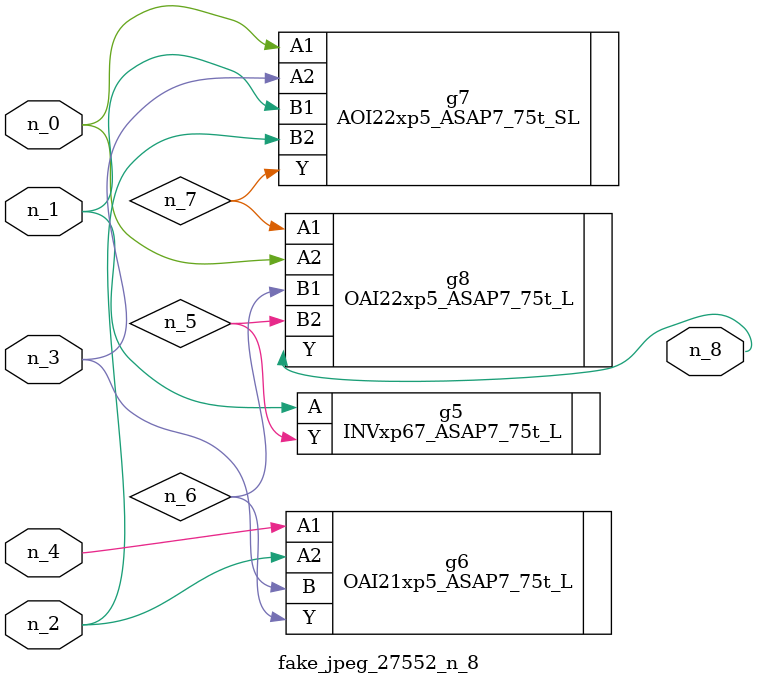
<source format=v>
module fake_jpeg_27552_n_8 (n_3, n_2, n_1, n_0, n_4, n_8);

input n_3;
input n_2;
input n_1;
input n_0;
input n_4;

output n_8;

wire n_6;
wire n_5;
wire n_7;

INVxp67_ASAP7_75t_L g5 ( 
.A(n_1),
.Y(n_5)
);

OAI21xp5_ASAP7_75t_L g6 ( 
.A1(n_4),
.A2(n_2),
.B(n_3),
.Y(n_6)
);

AOI22xp5_ASAP7_75t_SL g7 ( 
.A1(n_0),
.A2(n_3),
.B1(n_1),
.B2(n_2),
.Y(n_7)
);

OAI22xp5_ASAP7_75t_L g8 ( 
.A1(n_7),
.A2(n_0),
.B1(n_6),
.B2(n_5),
.Y(n_8)
);


endmodule
</source>
